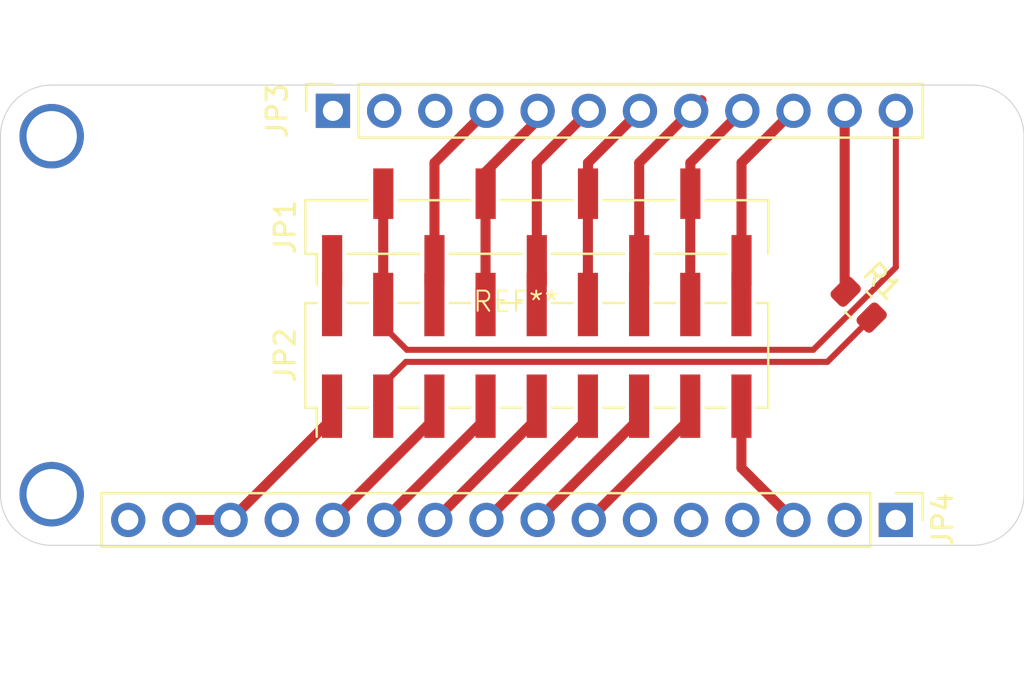
<source format=kicad_pcb>
(kicad_pcb (version 20241229) (generator "pcbnew") (generator_version "9.0")
  (layers (0 "F.Cu" signal) (2 "B.Cu" signal) (13 "F.Paste" user) (15 "B.Paste" user) (5 "F.SilkS" user "F.Silkscreen") (7 "B.SilkS" user "B.Silkscreen") (1 "F.Mask" user) (3 "B.Mask" user) (25 "Edge.Cuts" user))
  (net 0 "")
  (net 1 "/DATA8")
  (net 2 "/SDA")
  (net 3 "/DATA2")
  (net 4 "/DATA6")
  (net 5 "/HSYNC")
  (net 6 "GND")
  (net 7 "/DATA4")
  (net 8 "/PWDN")
  (net 9 "/EXT_XCLK")
  (net 10 "/DATA3")
  (net 11 "/DATA5")
  (net 12 "/~{RESET}")
  (net 13 "/SCL")
  (net 14 "/DATA9")
  (net 15 "/VSYNC")
  (net 16 "3.3V")
  (net 17 "/DATA7")
  (net 18 "/PCLK")
  (net 28 "/SCLCAM")
  (footprint "Resistor_SMD:R_0805_2012Metric" (layer "F.Cu") (at 179.904765 92.454765 -45)
    (property "Reference" "R1" (at 0 -1.65 135) (layer "F.SilkS"))
    (property "Value" "R0")
    (fp_line (start -0.227064 0.735) (end 0.227064 0.735) (stroke (width 0.12)) (layer "F.SilkS"))
    (fp_line (start -0.227064 -0.735) (end 0.227064 -0.735) (stroke (width 0.12)) (layer "F.SilkS"))
    (pad "1" smd roundrect (at -0.9125 0 315) (size 1.025 1.4) (layers "F.Cu" "F.Mask" "F.Paste") (roundrect_rratio 0.243902) (net 13 "/SCL"))
    (pad "2" smd roundrect (at 0.9125 0 315) (size 1.025 1.4) (layers "F.Cu" "F.Mask" "F.Paste") (roundrect_rratio 0.243902) (net 28 "/SCLCAM"))
  )
  (footprint "footprints:feeatherwing-esp32s3-noheader" (layer "F.Cu") (at 162.9 92.8)
    (property "Reference" "REF**" (at 0 -0.5 0) (layer "F.SilkS") (effects (font (thickness 0.1))))
    (property "Value" "featherwing-empty")
    (fp_line (start -25.59 -8.71) (end -25.59 9.07) (stroke (width 0.05)) (layer "Edge.Cuts"))
    (fp_line (start -23.05 11.61) (end 22.67 11.61) (stroke (width 0.05)) (layer "Edge.Cuts"))
    (fp_line (start 22.67 -11.25) (end -23.05 -11.25) (stroke (width 0.05)) (layer "Edge.Cuts"))
    (fp_line (start 25.21 9.07) (end 25.21 -8.71) (stroke (width 0.05)) (layer "Edge.Cuts"))
    (fp_arc (start -25.59 -8.71) (mid -24.846051 -10.506051) (end -23.05 -11.25) (stroke (width 0.05)) (layer "Edge.Cuts"))
    (fp_arc (start -23.05 11.61) (mid -24.846051 10.866051) (end -25.59 9.07) (stroke (width 0.05)) (layer "Edge.Cuts"))
    (fp_arc (start 22.67 -11.25) (mid 24.466051 -10.506051) (end 25.21 -8.71) (stroke (width 0.05)) (layer "Edge.Cuts"))
    (fp_arc (start 25.21 9.07) (mid 24.466051 10.866051) (end 22.67 11.61) (stroke (width 0.05)) (layer "Edge.Cuts"))
    (pad "" np_thru_hole circle (at 22.67 -9.345) (size 2.2 2.2) (drill 2.2) (layers "*.Cu" "*.Mask"))
    (pad "" np_thru_hole circle (at 22.67 9.7685) (size 2.2 2.2) (drill 2.2) (layers "*.Cu" "*.Mask"))
    (pad "P$1" thru_hole circle (at -23.05 -8.71 270) (size 3.2 3.2) (drill 2.5) (layers "*.Cu" "*.Mask"))
    (pad "P$1" thru_hole circle (at -23.05 9.07 270) (size 3.2 3.2) (drill 2.5) (layers "*.Cu" "*.Mask"))
  )
  (footprint "Connector_PinHeader_2.54mm:PinHeader_2x09_P2.54mm_Vertical_SMD" (layer "F.Cu") (at 163.925 94.975 90)
    (property "Reference" "JP2" (at 0 -12.49 90) (layer "F.SilkS"))
    (property "Value" "PINHD-2X9-BIG")
    (fp_line (start 2.6 -11.49) (end 2.6 -10.92) (stroke (width 0.12)) (layer "F.SilkS"))
    (fp_line (start -2.6 -11.49) (end 2.6 -11.49) (stroke (width 0.12)) (layer "F.SilkS"))
    (fp_line (start -2.6 -11.49) (end -2.6 -10.92) (stroke (width 0.12)) (layer "F.SilkS"))
    (fp_line (start -4.04 -10.92) (end -2.6 -10.92) (stroke (width 0.12)) (layer "F.SilkS"))
    (fp_line (start 2.6 -9.4) (end 2.6 -8.38) (stroke (width 0.12)) (layer "F.SilkS"))
    (fp_line (start -2.6 -9.4) (end -2.6 -8.38) (stroke (width 0.12)) (layer "F.SilkS"))
    (fp_line (start 2.6 -6.86) (end 2.6 -5.84) (stroke (width 0.12)) (layer "F.SilkS"))
    (fp_line (start -2.6 -6.86) (end -2.6 -5.84) (stroke (width 0.12)) (layer "F.SilkS"))
    (fp_line (start 2.6 -4.32) (end 2.6 -3.3) (stroke (width 0.12)) (layer "F.SilkS"))
    (fp_line (start -2.6 -4.32) (end -2.6 -3.3) (stroke (width 0.12)) (layer "F.SilkS"))
    (fp_line (start 2.6 -1.78) (end 2.6 -0.76) (stroke (width 0.12)) (layer "F.SilkS"))
    (fp_line (start -2.6 -1.78) (end -2.6 -0.76) (stroke (width 0.12)) (layer "F.SilkS"))
    (fp_line (start 2.6 0.76) (end 2.6 1.78) (stroke (width 0.12)) (layer "F.SilkS"))
    (fp_line (start -2.6 0.76) (end -2.6 1.78) (stroke (width 0.12)) (layer "F.SilkS"))
    (fp_line (start 2.6 3.3) (end 2.6 4.32) (stroke (width 0.12)) (layer "F.SilkS"))
    (fp_line (start -2.6 3.3) (end -2.6 4.32) (stroke (width 0.12)) (layer "F.SilkS"))
    (fp_line (start 2.6 5.84) (end 2.6 6.86) (stroke (width 0.12)) (layer "F.SilkS"))
    (fp_line (start -2.6 5.84) (end -2.6 6.86) (stroke (width 0.12)) (layer "F.SilkS"))
    (fp_line (start 2.6 8.38) (end 2.6 9.4) (stroke (width 0.12)) (layer "F.SilkS"))
    (fp_line (start -2.6 8.38) (end -2.6 9.4) (stroke (width 0.12)) (layer "F.SilkS"))
    (fp_line (start 2.6 10.92) (end 2.6 11.49) (stroke (width 0.12)) (layer "F.SilkS"))
    (fp_line (start -2.6 10.92) (end -2.6 11.49) (stroke (width 0.12)) (layer "F.SilkS"))
    (fp_line (start -2.6 11.49) (end 2.6 11.49) (stroke (width 0.12)) (layer "F.SilkS"))
    (pad "1" smd rect (at -2.525 -10.16 90) (size 3.15 1) (layers "F.Cu" "F.Mask" "F.Paste") (net 16 "3.3V"))
    (pad "2" smd rect (at 2.525 -10.16 90) (size 3.15 1) (layers "F.Cu" "F.Mask" "F.Paste") (net 6 "GND"))
    (pad "3" smd rect (at -2.525 -7.62 90) (size 3.15 1) (layers "F.Cu" "F.Mask" "F.Paste") (net 28 "/SCLCAM"))
    (pad "4" smd rect (at 2.525 -7.62 90) (size 3.15 1) (layers "F.Cu" "F.Mask" "F.Paste") (net 2 "/SDA"))
    (pad "5" smd rect (at -2.525 -5.08 90) (size 3.15 1) (layers "F.Cu" "F.Mask" "F.Paste") (net 15 "/VSYNC"))
    (pad "6" smd rect (at 2.525 -5.08 90) (size 3.15 1) (layers "F.Cu" "F.Mask" "F.Paste") (net 5 "/HSYNC"))
    (pad "7" smd rect (at -2.525 -2.54 90) (size 3.15 1) (layers "F.Cu" "F.Mask" "F.Paste") (net 18 "/PCLK"))
    (pad "8" smd rect (at 2.525 -2.54 90) (size 3.15 1) (layers "F.Cu" "F.Mask" "F.Paste") (net 9 "/EXT_XCLK"))
    (pad "9" smd rect (at -2.525 0 90) (size 3.15 1) (layers "F.Cu" "F.Mask" "F.Paste") (net 14 "/DATA9"))
    (pad "10" smd rect (at 2.525 0 90) (size 3.15 1) (layers "F.Cu" "F.Mask" "F.Paste") (net 1 "/DATA8"))
    (pad "11" smd rect (at -2.525 2.54 90) (size 3.15 1) (layers "F.Cu" "F.Mask" "F.Paste") (net 17 "/DATA7"))
    (pad "12" smd rect (at 2.525 2.54 90) (size 3.15 1) (layers "F.Cu" "F.Mask" "F.Paste") (net 4 "/DATA6"))
    (pad "13" smd rect (at -2.525 5.08 90) (size 3.15 1) (layers "F.Cu" "F.Mask" "F.Paste") (net 11 "/DATA5"))
    (pad "14" smd rect (at 2.525 5.08 90) (size 3.15 1) (layers "F.Cu" "F.Mask" "F.Paste") (net 7 "/DATA4"))
    (pad "15" smd rect (at -2.525 7.62 90) (size 3.15 1) (layers "F.Cu" "F.Mask" "F.Paste") (net 10 "/DATA3"))
    (pad "16" smd rect (at 2.525 7.62 90) (size 3.15 1) (layers "F.Cu" "F.Mask" "F.Paste") (net 3 "/DATA2"))
    (pad "17" smd rect (at -2.525 10.16 90) (size 3.15 1) (layers "F.Cu" "F.Mask" "F.Paste") (net 12 "/~{RESET}"))
    (pad "18" smd rect (at 2.525 10.16 90) (size 3.15 1) (layers "F.Cu" "F.Mask" "F.Paste") (net 8 "/PWDN"))
  )
  (footprint "Connector_PinSocket_2.54mm:PinSocket_1x12_P2.54mm_Vertical" (layer "F.Cu") (at 153.81 82.83 90)
    (property "Reference" "JP3" (at 0 -2.77 90) (layer "F.SilkS"))
    (property "Value" "HEADER-1X12")
    (fp_line (start 1.33 -1.33) (end 1.33 0) (stroke (width 0.12)) (layer "F.SilkS"))
    (fp_line (start 0 -1.33) (end 1.33 -1.33) (stroke (width 0.12)) (layer "F.SilkS"))
    (fp_line (start 1.33 1.27) (end 1.33 29.27) (stroke (width 0.12)) (layer "F.SilkS"))
    (fp_line (start -1.33 1.27) (end 1.33 1.27) (stroke (width 0.12)) (layer "F.SilkS"))
    (fp_line (start -1.33 1.27) (end -1.33 29.27) (stroke (width 0.12)) (layer "F.SilkS"))
    (fp_line (start -1.33 29.27) (end 1.33 29.27) (stroke (width 0.12)) (layer "F.SilkS"))
    (pad "1" thru_hole rect (at 0 0 90) (size 1.7 1.7) (drill 1) (layers "*.Cu" "*.Mask"))
    (pad "2" thru_hole oval (at 0 2.54 90) (size 1.7 1.7) (drill 1) (layers "*.Cu" "*.Mask"))
    (pad "3" thru_hole oval (at 0 5.08 90) (size 1.7 1.7) (drill 1) (layers "*.Cu" "*.Mask"))
    (pad "4" thru_hole oval (at 0 7.62 90) (size 1.7 1.7) (drill 1) (layers "*.Cu" "*.Mask") (net 5 "/HSYNC"))
    (pad "5" thru_hole oval (at 0 10.16 90) (size 1.7 1.7) (drill 1) (layers "*.Cu" "*.Mask") (net 9 "/EXT_XCLK"))
    (pad "6" thru_hole oval (at 0 12.7 90) (size 1.7 1.7) (drill 1) (layers "*.Cu" "*.Mask") (net 1 "/DATA8"))
    (pad "7" thru_hole oval (at 0 15.24 90) (size 1.7 1.7) (drill 1) (layers "*.Cu" "*.Mask") (net 4 "/DATA6"))
    (pad "8" thru_hole oval (at 0 17.78 90) (size 1.7 1.7) (drill 1) (layers "*.Cu" "*.Mask") (net 7 "/DATA4"))
    (pad "9" thru_hole oval (at 0 20.32 90) (size 1.7 1.7) (drill 1) (layers "*.Cu" "*.Mask") (net 3 "/DATA2"))
    (pad "10" thru_hole oval (at 0 22.86 90) (size 1.7 1.7) (drill 1) (layers "*.Cu" "*.Mask") (net 8 "/PWDN"))
    (pad "11" thru_hole oval (at 0 25.4 90) (size 1.7 1.7) (drill 1) (layers "*.Cu" "*.Mask") (net 13 "/SCL"))
    (pad "12" thru_hole oval (at 0 27.94 90) (size 1.7 1.7) (drill 1) (layers "*.Cu" "*.Mask") (net 2 "/SDA"))
  )
  (footprint "Connector_PinHeader_2.54mm:PinHeader_1x09_P2.54mm_Vertical_SMD_Pin1Left" (layer "F.Cu") (at 163.93 88.6 90)
    (property "Reference" "JP1" (at 0 -12.49 90) (layer "F.SilkS"))
    (property "Value" "HEADER-1X970MIL")
    (fp_line (start 1.33 -11.49) (end 1.33 -8.38) (stroke (width 0.12)) (layer "F.SilkS"))
    (fp_line (start -1.33 -11.49) (end 1.33 -11.49) (stroke (width 0.12)) (layer "F.SilkS"))
    (fp_line (start -1.33 -11.49) (end -1.33 -10.92) (stroke (width 0.12)) (layer "F.SilkS"))
    (fp_line (start -1.33 -10.92) (end -2.85 -10.92) (stroke (width 0.12)) (layer "F.SilkS"))
    (fp_line (start -1.33 -9.4) (end -1.33 -5.84) (stroke (width 0.12)) (layer "F.SilkS"))
    (fp_line (start 1.33 -6.86) (end 1.33 -3.3) (stroke (width 0.12)) (layer "F.SilkS"))
    (fp_line (start -1.33 -4.32) (end -1.33 -0.76) (stroke (width 0.12)) (layer "F.SilkS"))
    (fp_line (start 1.33 -1.78) (end 1.33 1.78) (stroke (width 0.12)) (layer "F.SilkS"))
    (fp_line (start -1.33 0.76) (end -1.33 4.32) (stroke (width 0.12)) (layer "F.SilkS"))
    (fp_line (start 1.33 3.3) (end 1.33 6.86) (stroke (width 0.12)) (layer "F.SilkS"))
    (fp_line (start -1.33 5.84) (end -1.33 9.4) (stroke (width 0.12)) (layer "F.SilkS"))
    (fp_line (start 1.33 8.38) (end 1.33 11.49) (stroke (width 0.12)) (layer "F.SilkS"))
    (fp_line (start 1.33 10.92) (end 1.33 11.49) (stroke (width 0.12)) (layer "F.SilkS"))
    (fp_line (start -1.33 11.49) (end 1.33 11.49) (stroke (width 0.12)) (layer "F.SilkS"))
    (pad "1" smd rect (at -1.655 -10.16 90) (size 2.51 1) (layers "F.Cu" "F.Mask" "F.Paste") (net 6 "GND"))
    (pad "2" smd rect (at 1.655 -7.62 90) (size 2.51 1) (layers "F.Cu" "F.Mask" "F.Paste") (net 2 "/SDA"))
    (pad "3" smd rect (at -1.655 -5.08 90) (size 2.51 1) (layers "F.Cu" "F.Mask" "F.Paste") (net 5 "/HSYNC"))
    (pad "4" smd rect (at 1.655 -2.54 90) (size 2.51 1) (layers "F.Cu" "F.Mask" "F.Paste") (net 9 "/EXT_XCLK"))
    (pad "5" smd rect (at -1.655 0 90) (size 2.51 1) (layers "F.Cu" "F.Mask" "F.Paste") (net 1 "/DATA8"))
    (pad "6" smd rect (at 1.655 2.54 90) (size 2.51 1) (layers "F.Cu" "F.Mask" "F.Paste") (net 4 "/DATA6"))
    (pad "7" smd rect (at -1.655 5.08 90) (size 2.51 1) (layers "F.Cu" "F.Mask" "F.Paste") (net 7 "/DATA4"))
    (pad "8" smd rect (at 1.655 7.62 90) (size 2.51 1) (layers "F.Cu" "F.Mask" "F.Paste") (net 3 "/DATA2"))
    (pad "9" smd rect (at -1.655 10.16 90) (size 2.51 1) (layers "F.Cu" "F.Mask" "F.Paste") (net 8 "/PWDN"))
  )
  (footprint "Connector_PinHeader_2.54mm:PinHeader_1x16_P2.54mm_Vertical" (layer "F.Cu") (at 181.75 103.15 -90)
    (property "Reference" "JP4" (at 0 -2.33 90) (layer "F.SilkS"))
    (property "Value" "HEADER-1X16ROUND")
    (fp_line (start -1.33 39.43) (end 1.33 39.43) (stroke (width 0.12)) (layer "F.SilkS"))
    (fp_line (start -1.33 1.27) (end -1.33 39.43) (stroke (width 0.12)) (layer "F.SilkS"))
    (fp_line (start -1.33 1.27) (end 1.33 1.27) (stroke (width 0.12)) (layer "F.SilkS"))
    (fp_line (start 1.33 1.27) (end 1.33 39.43) (stroke (width 0.12)) (layer "F.SilkS"))
    (fp_line (start -1.33 0) (end -1.33 -1.33) (stroke (width 0.12)) (layer "F.SilkS"))
    (fp_line (start -1.33 -1.33) (end 0 -1.33) (stroke (width 0.12)) (layer "F.SilkS"))
    (pad "1" thru_hole rect (at 0 0 270) (size 1.7 1.7) (drill 1) (layers "*.Cu" "*.Mask"))
    (pad "2" thru_hole oval (at 0 2.54 270) (size 1.7 1.7) (drill 1) (layers "*.Cu" "*.Mask"))
    (pad "3" thru_hole oval (at 0 5.08 270) (size 1.7 1.7) (drill 1) (layers "*.Cu" "*.Mask") (net 12 "/~{RESET}"))
    (pad "4" thru_hole oval (at 0 7.62 270) (size 1.7 1.7) (drill 1) (layers "*.Cu" "*.Mask"))
    (pad "5" thru_hole oval (at 0 10.16 270) (size 1.7 1.7) (drill 1) (layers "*.Cu" "*.Mask"))
    (pad "6" thru_hole oval (at 0 12.7 270) (size 1.7 1.7) (drill 1) (layers "*.Cu" "*.Mask"))
    (pad "7" thru_hole oval (at 0 15.24 270) (size 1.7 1.7) (drill 1) (layers "*.Cu" "*.Mask") (net 10 "/DATA3"))
    (pad "8" thru_hole oval (at 0 17.78 270) (size 1.7 1.7) (drill 1) (layers "*.Cu" "*.Mask") (net 11 "/DATA5"))
    (pad "9" thru_hole oval (at 0 20.32 270) (size 1.7 1.7) (drill 1) (layers "*.Cu" "*.Mask") (net 17 "/DATA7"))
    (pad "10" thru_hole oval (at 0 22.86 270) (size 1.7 1.7) (drill 1) (layers "*.Cu" "*.Mask") (net 14 "/DATA9"))
    (pad "11" thru_hole oval (at 0 25.4 270) (size 1.7 1.7) (drill 1) (layers "*.Cu" "*.Mask") (net 18 "/PCLK"))
    (pad "12" thru_hole oval (at 0 27.94 270) (size 1.7 1.7) (drill 1) (layers "*.Cu" "*.Mask") (net 15 "/VSYNC"))
    (pad "13" thru_hole oval (at 0 30.48 270) (size 1.7 1.7) (drill 1) (layers "*.Cu" "*.Mask") (net 6 "GND"))
    (pad "14" thru_hole oval (at 0 33.02 270) (size 1.7 1.7) (drill 1) (layers "*.Cu" "*.Mask") (net 16 "3.3V"))
    (pad "15" thru_hole oval (at 0 35.56 270) (size 1.7 1.7) (drill 1) (layers "*.Cu" "*.Mask") (net 16 "3.3V"))
    (pad "16" thru_hole oval (at 0 38.1 270) (size 1.7 1.7) (drill 1) (layers "*.Cu" "*.Mask"))
  )
  (segment (start 163.93 85.41) (end 166.51 82.83) (width 0.5) (layer "F.Cu") (net 1))
  (segment (start 163.93 90.255) (end 163.93 85.41) (width 0.5) (layer "F.Cu") (net 1))
  (segment (start 163.925 90.26) (end 163.93 90.255) (width 0.5) (layer "F.Cu") (net 1))
  (segment (start 163.925 92.45) (end 163.925 90.26) (width 0.5) (layer "F.Cu") (net 1))
  (segment (start 157.48 94.7) (end 156.305 93.525) (width 0.3) (layer "F.Cu") (net 2))
  (segment (start 156.305 93.525) (end 156.305 92.45) (width 0.3) (layer "F.Cu") (net 2))
  (segment (start 177.65 94.7) (end 157.48 94.7) (width 0.3) (layer "F.Cu") (net 2))
  (segment (start 181.75 90.6) (end 177.65 94.7) (width 0.3) (layer "F.Cu") (net 2))
  (segment (start 181.75 82.83) (end 181.75 90.6) (width 0.3) (layer "F.Cu") (net 2))
  (segment (start 156.305 92.45) (end 156.305 86.95) (width 0.5) (layer "F.Cu") (net 2))
  (segment (start 156.305 86.95) (end 156.31 86.945) (width 0.5) (layer "F.Cu") (net 2))
  (segment (start 171.545 92.45) (end 171.545 86.95) (width 0.5) (layer "F.Cu") (net 3))
  (segment (start 171.545 86.95) (end 171.55 86.945) (width 0.5) (layer "F.Cu") (net 3))
  (segment (start 171.55 85.41) (end 174.13 82.83) (width 0.5) (layer "F.Cu") (net 3))
  (segment (start 171.55 86.945) (end 171.55 85.41) (width 0.5) (layer "F.Cu") (net 3))
  (segment (start 166.47 86.945) (end 166.47 85.41) (width 0.5) (layer "F.Cu") (net 4))
  (segment (start 166.465 92.45) (end 166.465 86.95) (width 0.5) (layer "F.Cu") (net 4))
  (segment (start 166.47 85.41) (end 169.05 82.83) (width 0.5) (layer "F.Cu") (net 4))
  (segment (start 166.465 86.95) (end 166.47 86.945) (width 0.5) (layer "F.Cu") (net 4))
  (segment (start 158.85 85.41) (end 161.43 82.83) (width 0.5) (layer "F.Cu") (net 5))
  (segment (start 158.85 90.255) (end 158.85 85.41) (width 0.5) (layer "F.Cu") (net 5))
  (segment (start 158.845 92.45) (end 158.845 90.26) (width 0.5) (layer "F.Cu") (net 5))
  (segment (start 158.845 90.26) (end 158.85 90.255) (width 0.5) (layer "F.Cu") (net 5))
  (segment (start 153.765 92.45) (end 153.765 90.26) (width 0.5) (layer "F.Cu") (net 6))
  (segment (start 153.765 90.26) (end 153.77 90.255) (width 0.5) (layer "F.Cu") (net 6))
  (segment (start 169.005 90.26) (end 169.01 90.255) (width 0.5) (layer "F.Cu") (net 7))
  (segment (start 172.1 82.32) (end 172.1 82.301) (width 0.5) (layer "F.Cu") (net 7))
  (segment (start 169.01 85.41) (end 171.59 82.83) (width 0.5) (layer "F.Cu") (net 7))
  (segment (start 169.005 92.45) (end 169.005 90.26) (width 0.5) (layer "F.Cu") (net 7))
  (segment (start 169.01 90.255) (end 169.01 85.41) (width 0.5) (layer "F.Cu") (net 7))
  (segment (start 171.59 82.83) (end 172.1 82.32) (width 0.5) (layer "F.Cu") (net 7))
  (segment (start 174.085 90.26) (end 174.09 90.255) (width 0.5) (layer "F.Cu") (net 8))
  (segment (start 174.09 90.255) (end 174.09 85.41) (width 0.5) (layer "F.Cu") (net 8))
  (segment (start 174.09 85.41) (end 176.67 82.83) (width 0.5) (layer "F.Cu") (net 8))
  (segment (start 174.085 92.45) (end 174.085 90.26) (width 0.5) (layer "F.Cu") (net 8))
  (segment (start 161.385 92.45) (end 161.385 86.95) (width 0.5) (layer "F.Cu") (net 9))
  (segment (start 161.39 86.945) (end 161.39 85.86) (width 0.5) (layer "F.Cu") (net 9))
  (segment (start 161.39 85.86) (end 163.97 83.28) (width 0.5) (layer "F.Cu") (net 9))
  (segment (start 161.385 86.95) (end 161.39 86.945) (width 0.5) (layer "F.Cu") (net 9))
  (segment (start 163.97 83.28) (end 163.97 82.83) (width 0.5) (layer "F.Cu") (net 9))
  (segment (start 166.51 103.15) (end 171.545 98.115) (width 0.5) (layer "F.Cu") (net 10))
  (segment (start 171.545 98.115) (end 171.545 97.5) (width 0.5) (layer "F.Cu") (net 10))
  (segment (start 169.005 97.5) (end 169.005 98.115) (width 0.5) (layer "F.Cu") (net 11))
  (segment (start 169.005 98.115) (end 163.97 103.15) (width 0.5) (layer "F.Cu") (net 11))
  (segment (start 174.085 100.565) (end 174.085 97.5) (width 0.5) (layer "F.Cu") (net 12))
  (segment (start 176.67 103.15) (end 174.085 100.565) (width 0.5) (layer "F.Cu") (net 12))
  (segment (start 179.21 91.76) (end 179.25953 91.80953) (width 0.5) (layer "F.Cu") (net 13))
  (segment (start 179.21 82.83) (end 179.21 91.76) (width 0.5) (layer "F.Cu") (net 13))
  (segment (start 163.925 97.5) (end 163.925 98.115) (width 0.5) (layer "F.Cu") (net 14))
  (segment (start 163.925 98.115) (end 158.89 103.15) (width 0.5) (layer "F.Cu") (net 14))
  (segment (start 158.845 98.115) (end 153.81 103.15) (width 0.5) (layer "F.Cu") (net 15))
  (segment (start 158.845 97.5) (end 158.845 98.115) (width 0.5) (layer "F.Cu") (net 15))
  (segment (start 153.765 97.5) (end 153.765 98.115) (width 0.5) (layer "F.Cu") (net 16))
  (segment (start 148.73 103.15) (end 146.19 103.15) (width 0.5) (layer "F.Cu") (net 16))
  (segment (start 153.765 98.115) (end 148.73 103.15) (width 0.5) (layer "F.Cu") (net 16))
  (segment (start 166.465 97.5) (end 166.465 98.115) (width 0.5) (layer "F.Cu") (net 17))
  (segment (start 166.465 98.115) (end 161.43 103.15) (width 0.5) (layer "F.Cu") (net 17))
  (segment (start 161.385 98.115) (end 156.35 103.15) (width 0.5) (layer "F.Cu") (net 18))
  (segment (start 161.385 97.5) (end 161.385 98.115) (width 0.5) (layer "F.Cu") (net 18))
  (segment (start 156.305 97.5) (end 156.305 96.425) (width 0.3) (layer "F.Cu") (net 28))
  (segment (start 178.35 95.3) (end 180.55 93.1) (width 0.3) (layer "F.Cu") (net 28))
  (segment (start 157.43 95.3) (end 178.35 95.3) (width 0.3) (layer "F.Cu") (net 28))
  (segment (start 156.305 96.425) (end 157.43 95.3) (width 0.3) (layer "F.Cu") (net 28))
)
</source>
